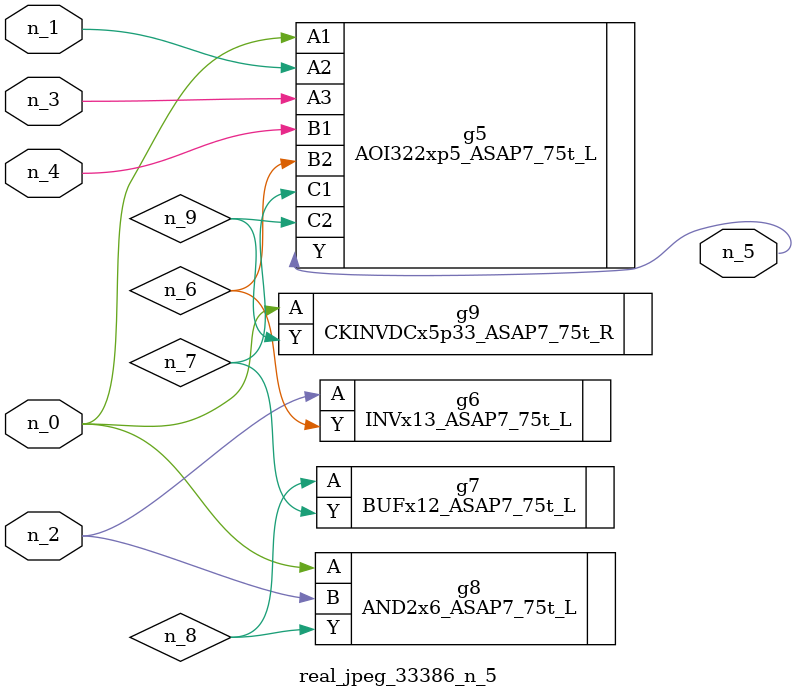
<source format=v>
module real_jpeg_33386_n_5 (n_4, n_0, n_1, n_2, n_3, n_5);

input n_4;
input n_0;
input n_1;
input n_2;
input n_3;

output n_5;

wire n_8;
wire n_6;
wire n_7;
wire n_9;

AOI322xp5_ASAP7_75t_L g5 ( 
.A1(n_0),
.A2(n_1),
.A3(n_3),
.B1(n_4),
.B2(n_6),
.C1(n_7),
.C2(n_9),
.Y(n_5)
);

AND2x6_ASAP7_75t_L g8 ( 
.A(n_0),
.B(n_2),
.Y(n_8)
);

CKINVDCx5p33_ASAP7_75t_R g9 ( 
.A(n_0),
.Y(n_9)
);

INVx13_ASAP7_75t_L g6 ( 
.A(n_2),
.Y(n_6)
);

BUFx12_ASAP7_75t_L g7 ( 
.A(n_8),
.Y(n_7)
);


endmodule
</source>
